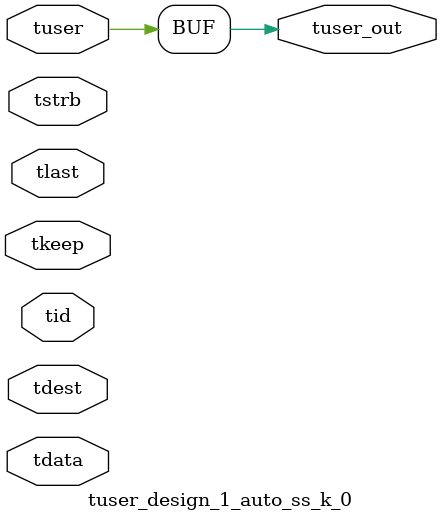
<source format=v>


`timescale 1ps/1ps

module tuser_design_1_auto_ss_k_0 #
(
parameter C_S_AXIS_TUSER_WIDTH = 1,
parameter C_S_AXIS_TDATA_WIDTH = 32,
parameter C_S_AXIS_TID_WIDTH   = 0,
parameter C_S_AXIS_TDEST_WIDTH = 0,
parameter C_M_AXIS_TUSER_WIDTH = 1
)
(
input  [(C_S_AXIS_TUSER_WIDTH == 0 ? 1 : C_S_AXIS_TUSER_WIDTH)-1:0     ] tuser,
input  [(C_S_AXIS_TDATA_WIDTH == 0 ? 1 : C_S_AXIS_TDATA_WIDTH)-1:0     ] tdata,
input  [(C_S_AXIS_TID_WIDTH   == 0 ? 1 : C_S_AXIS_TID_WIDTH)-1:0       ] tid,
input  [(C_S_AXIS_TDEST_WIDTH == 0 ? 1 : C_S_AXIS_TDEST_WIDTH)-1:0     ] tdest,
input  [(C_S_AXIS_TDATA_WIDTH/8)-1:0 ] tkeep,
input  [(C_S_AXIS_TDATA_WIDTH/8)-1:0 ] tstrb,
input                                                                    tlast,
output [C_M_AXIS_TUSER_WIDTH-1:0] tuser_out
);

assign tuser_out = {tuser[0:0]};

endmodule


</source>
